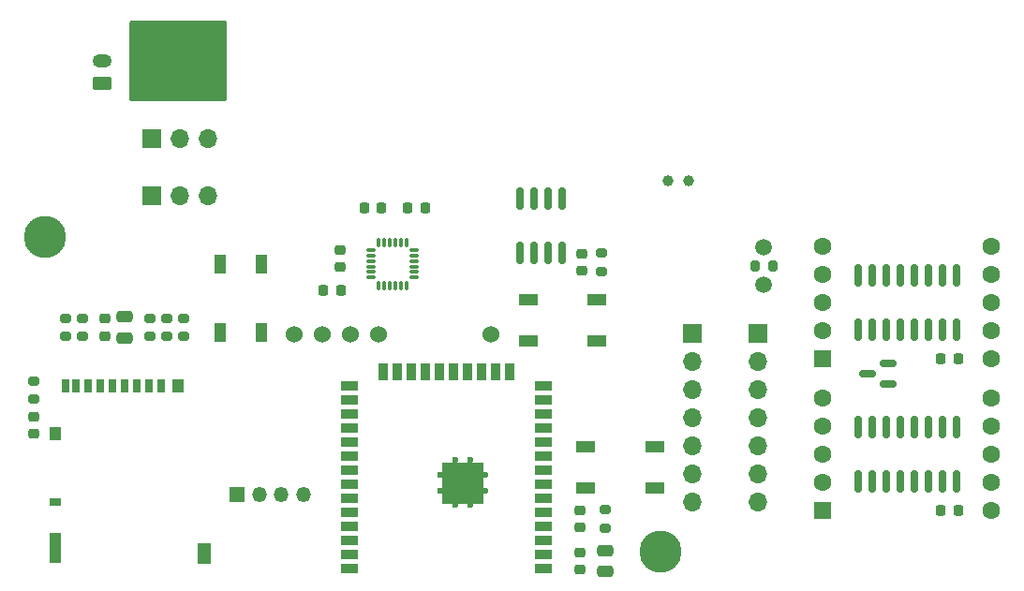
<source format=gbr>
%TF.GenerationSoftware,KiCad,Pcbnew,7.0.1*%
%TF.CreationDate,2023-04-28T21:22:04+03:00*%
%TF.ProjectId,leanometer_esp32,6c65616e-6f6d-4657-9465-725f65737033,R1*%
%TF.SameCoordinates,Original*%
%TF.FileFunction,Soldermask,Top*%
%TF.FilePolarity,Negative*%
%FSLAX46Y46*%
G04 Gerber Fmt 4.6, Leading zero omitted, Abs format (unit mm)*
G04 Created by KiCad (PCBNEW 7.0.1) date 2023-04-28 21:22:04*
%MOMM*%
%LPD*%
G01*
G04 APERTURE LIST*
G04 Aperture macros list*
%AMRoundRect*
0 Rectangle with rounded corners*
0 $1 Rounding radius*
0 $2 $3 $4 $5 $6 $7 $8 $9 X,Y pos of 4 corners*
0 Add a 4 corners polygon primitive as box body*
4,1,4,$2,$3,$4,$5,$6,$7,$8,$9,$2,$3,0*
0 Add four circle primitives for the rounded corners*
1,1,$1+$1,$2,$3*
1,1,$1+$1,$4,$5*
1,1,$1+$1,$6,$7*
1,1,$1+$1,$8,$9*
0 Add four rect primitives between the rounded corners*
20,1,$1+$1,$2,$3,$4,$5,0*
20,1,$1+$1,$4,$5,$6,$7,0*
20,1,$1+$1,$6,$7,$8,$9,0*
20,1,$1+$1,$8,$9,$2,$3,0*%
G04 Aperture macros list end*
%ADD10RoundRect,0.150000X0.587500X0.150000X-0.587500X0.150000X-0.587500X-0.150000X0.587500X-0.150000X0*%
%ADD11R,0.700000X1.200000*%
%ADD12R,1.000000X0.800000*%
%ADD13R,1.000000X1.200000*%
%ADD14R,1.000000X2.800000*%
%ADD15R,1.300000X1.900000*%
%ADD16RoundRect,0.150000X-0.150000X0.825000X-0.150000X-0.825000X0.150000X-0.825000X0.150000X0.825000X0*%
%ADD17C,1.524000*%
%ADD18RoundRect,0.250000X0.475000X-0.250000X0.475000X0.250000X-0.475000X0.250000X-0.475000X-0.250000X0*%
%ADD19R,1.800000X1.100000*%
%ADD20RoundRect,0.225000X0.250000X-0.225000X0.250000X0.225000X-0.250000X0.225000X-0.250000X-0.225000X0*%
%ADD21RoundRect,0.200000X-0.275000X0.200000X-0.275000X-0.200000X0.275000X-0.200000X0.275000X0.200000X0*%
%ADD22RoundRect,0.075000X0.350000X0.075000X-0.350000X0.075000X-0.350000X-0.075000X0.350000X-0.075000X0*%
%ADD23RoundRect,0.075000X-0.075000X0.350000X-0.075000X-0.350000X0.075000X-0.350000X0.075000X0.350000X0*%
%ADD24R,1.700000X1.700000*%
%ADD25O,1.700000X1.700000*%
%ADD26RoundRect,0.200000X0.275000X-0.200000X0.275000X0.200000X-0.275000X0.200000X-0.275000X-0.200000X0*%
%ADD27R,1.500000X0.900000*%
%ADD28R,0.900000X1.500000*%
%ADD29C,0.600000*%
%ADD30C,3.200000*%
%ADD31R,3.800000X3.800000*%
%ADD32C,3.800000*%
%ADD33RoundRect,0.225000X0.225000X0.250000X-0.225000X0.250000X-0.225000X-0.250000X0.225000X-0.250000X0*%
%ADD34RoundRect,0.200000X-0.200000X-0.275000X0.200000X-0.275000X0.200000X0.275000X-0.200000X0.275000X0*%
%ADD35RoundRect,0.225000X-0.225000X-0.250000X0.225000X-0.250000X0.225000X0.250000X-0.225000X0.250000X0*%
%ADD36R,1.350000X1.350000*%
%ADD37O,1.350000X1.350000*%
%ADD38C,1.000000*%
%ADD39RoundRect,0.225000X-0.250000X0.225000X-0.250000X-0.225000X0.250000X-0.225000X0.250000X0.225000X0*%
%ADD40R,1.100000X1.800000*%
%ADD41R,1.600000X1.600000*%
%ADD42C,1.600000*%
%ADD43C,1.500000*%
%ADD44RoundRect,0.250000X0.625000X-0.350000X0.625000X0.350000X-0.625000X0.350000X-0.625000X-0.350000X0*%
%ADD45O,1.750000X1.200000*%
G04 APERTURE END LIST*
D10*
%TO.C,Q1*%
X180547500Y-101052000D03*
X180547500Y-99152000D03*
X178672500Y-100102000D03*
%TD*%
D11*
%TO.C,J4*%
X114845000Y-101232000D03*
X113745000Y-101232000D03*
X112645000Y-101232000D03*
X111545000Y-101232000D03*
X110445000Y-101232000D03*
X109345000Y-101232000D03*
X108245000Y-101232000D03*
X107145000Y-101232000D03*
X106195000Y-101232000D03*
D12*
X105245000Y-111732000D03*
D13*
X105245000Y-105532000D03*
D14*
X105245000Y-115882000D03*
D13*
X116395000Y-101232000D03*
D15*
X118745000Y-116332000D03*
%TD*%
D16*
%TO.C,U4*%
X186730500Y-104897000D03*
X185460500Y-104897000D03*
X184190500Y-104897000D03*
X182920500Y-104897000D03*
X181650500Y-104897000D03*
X180380500Y-104897000D03*
X179110500Y-104897000D03*
X177840500Y-104897000D03*
X177840500Y-109847000D03*
X179110500Y-109847000D03*
X180380500Y-109847000D03*
X181650500Y-109847000D03*
X182920500Y-109847000D03*
X184190500Y-109847000D03*
X185460500Y-109847000D03*
X186730500Y-109847000D03*
%TD*%
D17*
%TO.C,U8*%
X126873000Y-96520000D03*
X129413000Y-96520000D03*
X131953000Y-96520000D03*
X134493000Y-96520000D03*
X144653000Y-96520000D03*
%TD*%
D18*
%TO.C,C5*%
X155017000Y-117981000D03*
X155017000Y-116081000D03*
%TD*%
D19*
%TO.C,SW2*%
X159437000Y-110435000D03*
X153237000Y-110435000D03*
X159437000Y-106735000D03*
X153237000Y-106735000D03*
%TD*%
D20*
%TO.C,C17*%
X152908000Y-90818000D03*
X152908000Y-89268000D03*
%TD*%
D21*
%TO.C,R12*%
X103378000Y-100775000D03*
X103378000Y-102425000D03*
%TD*%
D22*
%TO.C,U3*%
X137713000Y-91420000D03*
X137713000Y-90920000D03*
X137713000Y-90420000D03*
X137713000Y-89920000D03*
X137713000Y-89420000D03*
X137713000Y-88920000D03*
D23*
X137013000Y-88220000D03*
X136513000Y-88220000D03*
X136013000Y-88220000D03*
X135513000Y-88220000D03*
X135013000Y-88220000D03*
X134513000Y-88220000D03*
D22*
X133813000Y-88920000D03*
X133813000Y-89420000D03*
X133813000Y-89920000D03*
X133813000Y-90420000D03*
X133813000Y-90920000D03*
X133813000Y-91420000D03*
D23*
X134513000Y-92120000D03*
X135013000Y-92120000D03*
X135513000Y-92120000D03*
X136013000Y-92120000D03*
X136513000Y-92120000D03*
X137013000Y-92120000D03*
%TD*%
D24*
%TO.C,J5*%
X114024000Y-84005000D03*
D25*
X116564000Y-84005000D03*
X119104000Y-84005000D03*
%TD*%
D26*
%TO.C,R4*%
X155017000Y-114046000D03*
X155017000Y-112396000D03*
%TD*%
D24*
%TO.C,J1*%
X162846000Y-96490000D03*
D25*
X162846000Y-99030000D03*
X162846000Y-101570000D03*
X162846000Y-104110000D03*
X162846000Y-106650000D03*
X162846000Y-109190000D03*
X162846000Y-111730000D03*
%TD*%
D27*
%TO.C,U2*%
X149366000Y-117699000D03*
X149366000Y-116429000D03*
X149366000Y-115159000D03*
X149366000Y-113889000D03*
X149366000Y-112619000D03*
X149366000Y-111349000D03*
X149366000Y-110079000D03*
X149366000Y-108809000D03*
X149366000Y-107539000D03*
X149366000Y-106269000D03*
X149366000Y-104999000D03*
X149366000Y-103729000D03*
X149366000Y-102459000D03*
X149366000Y-101189000D03*
D28*
X146326000Y-99939000D03*
X145056000Y-99939000D03*
X143786000Y-99939000D03*
X142516000Y-99939000D03*
X141246000Y-99939000D03*
X139976000Y-99939000D03*
X138706000Y-99939000D03*
X137436000Y-99939000D03*
X136166000Y-99939000D03*
X134896000Y-99939000D03*
D27*
X131866000Y-101189000D03*
X131866000Y-102459000D03*
X131866000Y-103729000D03*
X131866000Y-104999000D03*
X131866000Y-106269000D03*
X131866000Y-107539000D03*
X131866000Y-108809000D03*
X131866000Y-110079000D03*
X131866000Y-111349000D03*
X131866000Y-112619000D03*
X131866000Y-113889000D03*
X131866000Y-115159000D03*
X131866000Y-116429000D03*
X131866000Y-117699000D03*
D29*
X144172000Y-110679000D03*
X144172000Y-109279000D03*
X142816000Y-111989000D03*
X142816000Y-107925000D03*
D30*
X142141000Y-109979000D03*
D31*
X142116000Y-109979000D03*
D29*
X141416000Y-111989000D03*
X141416000Y-107925000D03*
X140108000Y-110679000D03*
X140108000Y-109279000D03*
%TD*%
D24*
%TO.C,J7*%
X114039000Y-78830000D03*
D25*
X116579000Y-78830000D03*
X119119000Y-78830000D03*
%TD*%
D32*
%TO.C,H1*%
X104394000Y-87757000D03*
%TD*%
D21*
%TO.C,R14*%
X106258000Y-95103000D03*
X106258000Y-96753000D03*
%TD*%
D33*
%TO.C,C14*%
X186870500Y-98746000D03*
X185320500Y-98746000D03*
%TD*%
D20*
%TO.C,C3*%
X152731000Y-113996000D03*
X152731000Y-112446000D03*
%TD*%
D24*
%TO.C,J6*%
X168823500Y-96455000D03*
D25*
X168823500Y-98995000D03*
X168823500Y-101535000D03*
X168823500Y-104075000D03*
X168823500Y-106615000D03*
X168823500Y-109155000D03*
X168823500Y-111695000D03*
%TD*%
D20*
%TO.C,C11*%
X103378000Y-105550000D03*
X103378000Y-104000000D03*
%TD*%
D34*
%TO.C,R16*%
X168506500Y-90364000D03*
X170156500Y-90364000D03*
%TD*%
D18*
%TO.C,C7*%
X111592000Y-96878000D03*
X111592000Y-94978000D03*
%TD*%
D35*
%TO.C,C9*%
X137147000Y-85090000D03*
X138697000Y-85090000D03*
%TD*%
%TO.C,C12*%
X133210000Y-85090000D03*
X134760000Y-85090000D03*
%TD*%
D36*
%TO.C,J2*%
X121714000Y-110998000D03*
D37*
X123714000Y-110998000D03*
X125714000Y-110998000D03*
X127714000Y-110998000D03*
%TD*%
D33*
%TO.C,C15*%
X186870500Y-112452000D03*
X185320500Y-112452000D03*
%TD*%
D16*
%TO.C,U5*%
X186730500Y-91191000D03*
X185460500Y-91191000D03*
X184190500Y-91191000D03*
X182920500Y-91191000D03*
X181650500Y-91191000D03*
X180380500Y-91191000D03*
X179110500Y-91191000D03*
X177840500Y-91191000D03*
X177840500Y-96141000D03*
X179110500Y-96141000D03*
X180380500Y-96141000D03*
X181650500Y-96141000D03*
X182920500Y-96141000D03*
X184190500Y-96141000D03*
X185460500Y-96141000D03*
X186730500Y-96141000D03*
%TD*%
D38*
%TO.C,Y1*%
X160650000Y-82700000D03*
X162550000Y-82700000D03*
%TD*%
D39*
%TO.C,C8*%
X109814000Y-95153000D03*
X109814000Y-96703000D03*
%TD*%
D21*
%TO.C,R10*%
X115402000Y-95103000D03*
X115402000Y-96753000D03*
%TD*%
%TO.C,R13*%
X107782000Y-95103000D03*
X107782000Y-96753000D03*
%TD*%
D35*
%TO.C,C13*%
X129527000Y-92583000D03*
X131077000Y-92583000D03*
%TD*%
D19*
%TO.C,SW3*%
X154230000Y-97144000D03*
X148030000Y-97144000D03*
X154230000Y-93444000D03*
X148030000Y-93444000D03*
%TD*%
D16*
%TO.C,U9*%
X151130000Y-84266000D03*
X149860000Y-84266000D03*
X148590000Y-84266000D03*
X147320000Y-84266000D03*
X147320000Y-89216000D03*
X148590000Y-89216000D03*
X149860000Y-89216000D03*
X151130000Y-89216000D03*
%TD*%
D20*
%TO.C,C10*%
X131019000Y-90457000D03*
X131019000Y-88907000D03*
%TD*%
D39*
%TO.C,C6*%
X152731000Y-116256000D03*
X152731000Y-117806000D03*
%TD*%
D40*
%TO.C,SW1*%
X123905500Y-90181500D03*
X123905500Y-96381500D03*
X120205500Y-90181500D03*
X120205500Y-96381500D03*
%TD*%
D26*
%TO.C,R33*%
X154686000Y-90868000D03*
X154686000Y-89218000D03*
%TD*%
D32*
%TO.C,H2*%
X160020000Y-116205000D03*
%TD*%
D21*
%TO.C,R11*%
X113878000Y-95103000D03*
X113878000Y-96753000D03*
%TD*%
%TO.C,R9*%
X116926000Y-95103000D03*
X116926000Y-96753000D03*
%TD*%
D41*
%TO.C,U6*%
X174612000Y-112462000D03*
D42*
X174612000Y-109922000D03*
X174612000Y-107382000D03*
X174612000Y-104842000D03*
X174612000Y-102302000D03*
X189852000Y-102302000D03*
X189852000Y-104842000D03*
X189852000Y-107382000D03*
X189852000Y-109922000D03*
X189852000Y-112462000D03*
%TD*%
D41*
%TO.C,U7*%
X174612000Y-98758000D03*
D42*
X174612000Y-96218000D03*
X174612000Y-93678000D03*
X174612000Y-91138000D03*
X174612000Y-88598000D03*
X189852000Y-88598000D03*
X189852000Y-91138000D03*
X189852000Y-93678000D03*
X189852000Y-96218000D03*
X189852000Y-98758000D03*
%TD*%
D43*
%TO.C,R15*%
X169331500Y-88664000D03*
X169331500Y-92064000D03*
%TD*%
D44*
%TO.C,J3*%
X109541800Y-73846000D03*
D45*
X109541800Y-71846000D03*
%TD*%
G36*
X120715000Y-68215613D02*
G01*
X120760387Y-68261000D01*
X120777000Y-68323000D01*
X120777000Y-75314000D01*
X120760387Y-75376000D01*
X120715000Y-75421387D01*
X120653000Y-75438000D01*
X112138000Y-75438000D01*
X112076000Y-75421387D01*
X112030613Y-75376000D01*
X112014000Y-75314000D01*
X112014000Y-68323000D01*
X112030613Y-68261000D01*
X112076000Y-68215613D01*
X112138000Y-68199000D01*
X120653000Y-68199000D01*
X120715000Y-68215613D01*
G37*
M02*

</source>
